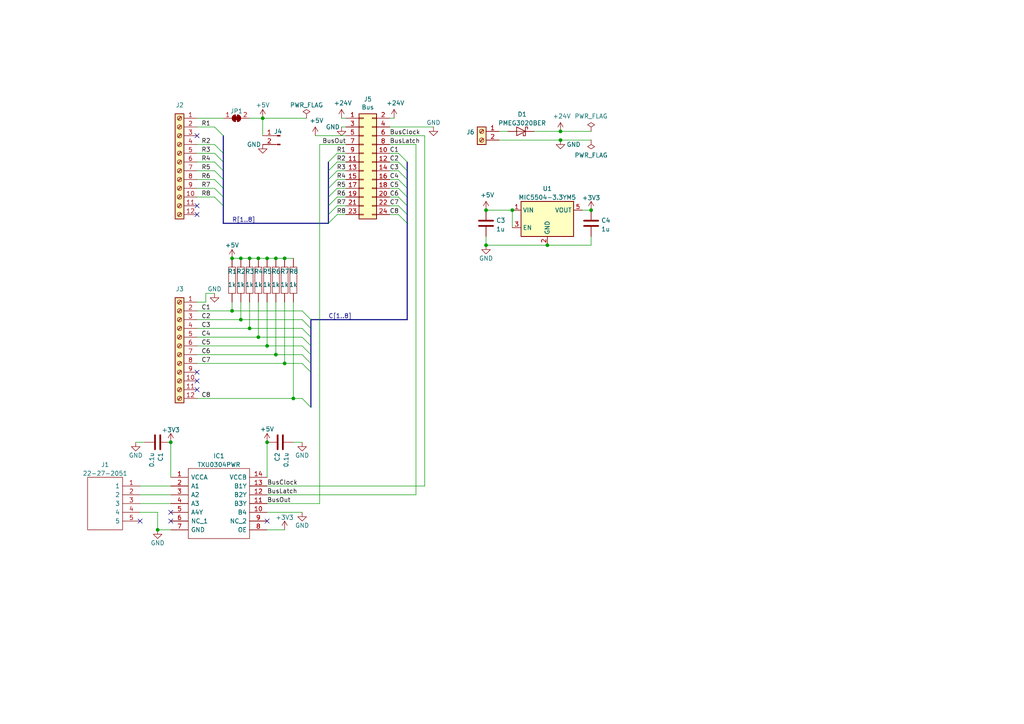
<source format=kicad_sch>
(kicad_sch (version 20211123) (generator eeschema)
  (paper "A4")
  (lib_symbols
    (symbol "22-27-2051:22-27-2051" (pin_names (offset 0.762))
      (property "Reference" "J" (at 16.51 7.62 0))
      (property "Value" "22-27-2051" (at 16.51 5.08 0))
      (symbol "22-27-2051_0_0"
        (pin passive line (at 0 0 0) (length 5.08) (name "1") (number "1"))
        (pin passive line (at 0 -2.54 0) (length 5.08) (name "2") (number "2"))
        (pin passive line (at 0 -5.08 0) (length 5.08) (name "3") (number "3"))
        (pin passive line (at 0 -7.62 0) (length 5.08) (name "4") (number "4"))
        (pin passive line (at 0 -10.16 0) (length 5.08) (name "5") (number "5"))
      )
      (symbol "22-27-2051_0_1"
        (polyline (pts (xy 5.08 2.54) (xy 15.24 2.54) (xy 15.24 -12.7) (xy 5.08 -12.7) (xy 5.08 2.54)) (stroke (width 0.1524)))
      )
    )
    (symbol "Connector:Conn_01x02_Male" (pin_names (offset 1.016) hide)
      (property "Reference" "J" (at 0 2.54 0))
      (property "Value" "Conn_01x02_Male" (at 0 -5.08 0))
      (symbol "Conn_01x02_Male_1_1"
        (polyline (pts (xy 1.27 -2.54) (xy 0.8636 -2.54)) (stroke (width 0.1524)))
        (polyline (pts (xy 1.27 0) (xy 0.8636 0)) (stroke (width 0.1524)))
        (rectangle (start 0.8636 -2.413) (end 0 -2.667) (stroke (width 0.1524)) (fill (type outline)))
        (rectangle (start 0.8636 0.127) (end 0 -0.127) (stroke (width 0.1524)) (fill (type outline)))
        (pin passive line (at 5.08 0 180) (length 3.81) (name "Pin_1") (number "1"))
        (pin passive line (at 5.08 -2.54 180) (length 3.81) (name "Pin_2") (number "2"))
      )
    )
    (symbol "Connector:Screw_Terminal_01x02" (pin_names (offset 1.016) hide)
      (property "Reference" "J" (at 0 2.54 0))
      (property "Value" "Screw_Terminal_01x02" (at 0 -5.08 0))
      (symbol "Screw_Terminal_01x02_1_1"
        (rectangle (start -1.27 1.27) (end 1.27 -3.81) (stroke (width 0.254)) (fill (type background)))
        (circle (center 0 -2.54) (radius 0.635) (stroke (width 0.1524)))
        (polyline (pts (xy -0.5334 -2.2098) (xy 0.3302 -3.048)) (stroke (width 0.1524)))
        (polyline (pts (xy -0.5334 0.3302) (xy 0.3302 -0.508)) (stroke (width 0.1524)))
        (polyline (pts (xy -0.3556 -2.032) (xy 0.508 -2.8702)) (stroke (width 0.1524)))
        (polyline (pts (xy -0.3556 0.508) (xy 0.508 -0.3302)) (stroke (width 0.1524)))
        (circle (center 0 0) (radius 0.635) (stroke (width 0.1524)))
        (pin passive line (at -5.08 0 0) (length 3.81) (name "Pin_1") (number "1"))
        (pin passive line (at -5.08 -2.54 0) (length 3.81) (name "Pin_2") (number "2"))
      )
    )
    (symbol "Connector:Screw_Terminal_01x12" (pin_names (offset 1.016) hide)
      (property "Reference" "J" (at 0 15.24 0))
      (property "Value" "Screw_Terminal_01x12" (at 0 -17.78 0))
      (symbol "Screw_Terminal_01x12_1_1"
        (rectangle (start -1.27 13.97) (end 1.27 -16.51) (stroke (width 0.254)) (fill (type background)))
        (circle (center 0 -15.24) (radius 0.635) (stroke (width 0.1524)))
        (circle (center 0 -12.7) (radius 0.635) (stroke (width 0.1524)))
        (circle (center 0 -10.16) (radius 0.635) (stroke (width 0.1524)))
        (circle (center 0 -7.62) (radius 0.635) (stroke (width 0.1524)))
        (circle (center 0 -5.08) (radius 0.635) (stroke (width 0.1524)))
        (circle (center 0 -2.54) (radius 0.635) (stroke (width 0.1524)))
        (polyline (pts (xy -0.5334 -14.9098) (xy 0.3302 -15.748)) (stroke (width 0.1524)))
        (polyline (pts (xy -0.5334 -12.3698) (xy 0.3302 -13.208)) (stroke (width 0.1524)))
        (polyline (pts (xy -0.5334 -9.8298) (xy 0.3302 -10.668)) (stroke (width 0.1524)))
        (polyline (pts (xy -0.5334 -7.2898) (xy 0.3302 -8.128)) (stroke (width 0.1524)))
        (polyline (pts (xy -0.5334 -4.7498) (xy 0.3302 -5.588)) (stroke (width 0.1524)))
        (polyline (pts (xy -0.5334 -2.2098) (xy 0.3302 -3.048)) (stroke (width 0.1524)))
        (polyline (pts (xy -0.5334 0.3302) (xy 0.3302 -0.508)) (stroke (width 0.1524)))
        (polyline (pts (xy -0.5334 2.8702) (xy 0.3302 2.032)) (stroke (width 0.1524)))
        (polyline (pts (xy -0.5334 5.4102) (xy 0.3302 4.572)) (stroke (width 0.1524)))
        (polyline (pts (xy -0.5334 7.9502) (xy 0.3302 7.112)) (stroke (width 0.1524)))
        (polyline (pts (xy -0.5334 10.4902) (xy 0.3302 9.652)) (stroke (width 0.1524)))
        (polyline (pts (xy -0.5334 13.0302) (xy 0.3302 12.192)) (stroke (width 0.1524)))
        (polyline (pts (xy -0.3556 -14.732) (xy 0.508 -15.5702)) (stroke (width 0.1524)))
        (polyline (pts (xy -0.3556 -12.192) (xy 0.508 -13.0302)) (stroke (width 0.1524)))
        (polyline (pts (xy -0.3556 -9.652) (xy 0.508 -10.4902)) (stroke (width 0.1524)))
        (polyline (pts (xy -0.3556 -7.112) (xy 0.508 -7.9502)) (stroke (width 0.1524)))
        (polyline (pts (xy -0.3556 -4.572) (xy 0.508 -5.4102)) (stroke (width 0.1524)))
        (polyline (pts (xy -0.3556 -2.032) (xy 0.508 -2.8702)) (stroke (width 0.1524)))
        (polyline (pts (xy -0.3556 0.508) (xy 0.508 -0.3302)) (stroke (width 0.1524)))
        (polyline (pts (xy -0.3556 3.048) (xy 0.508 2.2098)) (stroke (width 0.1524)))
        (polyline (pts (xy -0.3556 5.588) (xy 0.508 4.7498)) (stroke (width 0.1524)))
        (polyline (pts (xy -0.3556 8.128) (xy 0.508 7.2898)) (stroke (width 0.1524)))
        (polyline (pts (xy -0.3556 10.668) (xy 0.508 9.8298)) (stroke (width 0.1524)))
        (polyline (pts (xy -0.3556 13.208) (xy 0.508 12.3698)) (stroke (width 0.1524)))
        (circle (center 0 0) (radius 0.635) (stroke (width 0.1524)))
        (circle (center 0 2.54) (radius 0.635) (stroke (width 0.1524)))
        (circle (center 0 5.08) (radius 0.635) (stroke (width 0.1524)))
        (circle (center 0 7.62) (radius 0.635) (stroke (width 0.1524)))
        (circle (center 0 10.16) (radius 0.635) (stroke (width 0.1524)))
        (circle (center 0 12.7) (radius 0.635) (stroke (width 0.1524)))
        (pin passive line (at -5.08 12.7 0) (length 3.81) (name "Pin_1") (number "1"))
        (pin passive line (at -5.08 -10.16 0) (length 3.81) (name "Pin_10") (number "10"))
        (pin passive line (at -5.08 -12.7 0) (length 3.81) (name "Pin_11") (number "11"))
        (pin passive line (at -5.08 -15.24 0) (length 3.81) (name "Pin_12") (number "12"))
        (pin passive line (at -5.08 10.16 0) (length 3.81) (name "Pin_2") (number "2"))
        (pin passive line (at -5.08 7.62 0) (length 3.81) (name "Pin_3") (number "3"))
        (pin passive line (at -5.08 5.08 0) (length 3.81) (name "Pin_4") (number "4"))
        (pin passive line (at -5.08 2.54 0) (length 3.81) (name "Pin_5") (number "5"))
        (pin passive line (at -5.08 0 0) (length 3.81) (name "Pin_6") (number "6"))
        (pin passive line (at -5.08 -2.54 0) (length 3.81) (name "Pin_7") (number "7"))
        (pin passive line (at -5.08 -5.08 0) (length 3.81) (name "Pin_8") (number "8"))
        (pin passive line (at -5.08 -7.62 0) (length 3.81) (name "Pin_9") (number "9"))
      )
    )
    (symbol "Connector_Generic:Conn_02x12_Odd_Even" (pin_names (offset 1.016) hide)
      (property "Reference" "J" (at 1.27 15.24 0))
      (property "Value" "Conn_02x12_Odd_Even" (at 1.27 -17.78 0))
      (symbol "Conn_02x12_Odd_Even_1_1"
        (rectangle (start -1.27 -15.113) (end 0 -15.367) (stroke (width 0.1524)))
        (rectangle (start -1.27 -12.573) (end 0 -12.827) (stroke (width 0.1524)))
        (rectangle (start -1.27 -10.033) (end 0 -10.287) (stroke (width 0.1524)))
        (rectangle (start -1.27 -7.493) (end 0 -7.747) (stroke (width 0.1524)))
        (rectangle (start -1.27 -4.953) (end 0 -5.207) (stroke (width 0.1524)))
        (rectangle (start -1.27 -2.413) (end 0 -2.667) (stroke (width 0.1524)))
        (rectangle (start -1.27 0.127) (end 0 -0.127) (stroke (width 0.1524)))
        (rectangle (start -1.27 2.667) (end 0 2.413) (stroke (width 0.1524)))
        (rectangle (start -1.27 5.207) (end 0 4.953) (stroke (width 0.1524)))
        (rectangle (start -1.27 7.747) (end 0 7.493) (stroke (width 0.1524)))
        (rectangle (start -1.27 10.287) (end 0 10.033) (stroke (width 0.1524)))
        (rectangle (start -1.27 12.827) (end 0 12.573) (stroke (width 0.1524)))
        (rectangle (start -1.27 13.97) (end 3.81 -16.51) (stroke (width 0.254)) (fill (type background)))
        (rectangle (start 3.81 -15.113) (end 2.54 -15.367) (stroke (width 0.1524)))
        (rectangle (start 3.81 -12.573) (end 2.54 -12.827) (stroke (width 0.1524)))
        (rectangle (start 3.81 -10.033) (end 2.54 -10.287) (stroke (width 0.1524)))
        (rectangle (start 3.81 -7.493) (end 2.54 -7.747) (stroke (width 0.1524)))
        (rectangle (start 3.81 -4.953) (end 2.54 -5.207) (stroke (width 0.1524)))
        (rectangle (start 3.81 -2.413) (end 2.54 -2.667) (stroke (width 0.1524)))
        (rectangle (start 3.81 0.127) (end 2.54 -0.127) (stroke (width 0.1524)))
        (rectangle (start 3.81 2.667) (end 2.54 2.413) (stroke (width 0.1524)))
        (rectangle (start 3.81 5.207) (end 2.54 4.953) (stroke (width 0.1524)))
        (rectangle (start 3.81 7.747) (end 2.54 7.493) (stroke (width 0.1524)))
        (rectangle (start 3.81 10.287) (end 2.54 10.033) (stroke (width 0.1524)))
        (rectangle (start 3.81 12.827) (end 2.54 12.573) (stroke (width 0.1524)))
        (pin passive line (at -5.08 12.7 0) (length 3.81) (name "Pin_1") (number "1"))
        (pin passive line (at 7.62 2.54 180) (length 3.81) (name "Pin_10") (number "10"))
        (pin passive line (at -5.08 0 0) (length 3.81) (name "Pin_11") (number "11"))
        (pin passive line (at 7.62 0 180) (length 3.81) (name "Pin_12") (number "12"))
        (pin passive line (at -5.08 -2.54 0) (length 3.81) (name "Pin_13") (number "13"))
        (pin passive line (at 7.62 -2.54 180) (length 3.81) (name "Pin_14") (number "14"))
        (pin passive line (at -5.08 -5.08 0) (length 3.81) (name "Pin_15") (number "15"))
        (pin passive line (at 7.62 -5.08 180) (length 3.81) (name "Pin_16") (number "16"))
        (pin passive line (at -5.08 -7.62 0) (length 3.81) (name "Pin_17") (number "17"))
        (pin passive line (at 7.62 -7.62 180) (length 3.81) (name "Pin_18") (number "18"))
        (pin passive line (at -5.08 -10.16 0) (length 3.81) (name "Pin_19") (number "19"))
        (pin passive line (at 7.62 12.7 180) (length 3.81) (name "Pin_2") (number "2"))
        (pin passive line (at 7.62 -10.16 180) (length 3.81) (name "Pin_20") (number "20"))
        (pin passive line (at -5.08 -12.7 0) (length 3.81) (name "Pin_21") (number "21"))
        (pin passive line (at 7.62 -12.7 180) (length 3.81) (name "Pin_22") (number "22"))
        (pin passive line (at -5.08 -15.24 0) (length 3.81) (name "Pin_23") (number "23"))
        (pin passive line (at 7.62 -15.24 180) (length 3.81) (name "Pin_24") (number "24"))
        (pin passive line (at -5.08 10.16 0) (length 3.81) (name "Pin_3") (number "3"))
        (pin passive line (at 7.62 10.16 180) (length 3.81) (name "Pin_4") (number "4"))
        (pin passive line (at -5.08 7.62 0) (length 3.81) (name "Pin_5") (number "5"))
        (pin passive line (at 7.62 7.62 180) (length 3.81) (name "Pin_6") (number "6"))
        (pin passive line (at -5.08 5.08 0) (length 3.81) (name "Pin_7") (number "7"))
        (pin passive line (at 7.62 5.08 180) (length 3.81) (name "Pin_8") (number "8"))
        (pin passive line (at -5.08 2.54 0) (length 3.81) (name "Pin_9") (number "9"))
      )
    )
    (symbol "Device:C" (pin_numbers hide) (pin_names (offset 0.254))
      (property "Reference" "C" (at 0.635 2.54 0))
      (property "Value" "C" (at 0.635 -2.54 0))
      (symbol "C_0_1"
        (polyline (pts (xy -2.032 -0.762) (xy 2.032 -0.762)) (stroke (width 0.508)))
        (polyline (pts (xy -2.032 0.762) (xy 2.032 0.762)) (stroke (width 0.508)))
      )
      (symbol "C_1_1"
        (pin passive line (at 0 3.81 270) (length 2.794) (name "~") (number "1"))
        (pin passive line (at 0 -3.81 90) (length 2.794) (name "~") (number "2"))
      )
    )
    (symbol "Diode:PMEG3020BER" (pin_numbers hide) (pin_names hide)
      (property "Reference" "D" (at 0 2.54 0))
      (property "Value" "PMEG3020BER" (at 0 -2.54 0))
      (symbol "PMEG3020BER_0_1"
        (polyline (pts (xy 1.27 0) (xy -1.27 0)))
        (polyline (pts (xy 1.27 1.27) (xy 1.27 -1.27) (xy -1.27 0) (xy 1.27 1.27)) (stroke (width 0.2032)))
        (polyline (pts (xy -1.905 0.635) (xy -1.905 1.27) (xy -1.27 1.27) (xy -1.27 -1.27) (xy -0.635 -1.27) (xy -0.635 -0.635)) (stroke (width 0.2032)))
      )
      (symbol "PMEG3020BER_1_1"
        (pin passive line (at -3.81 0 0) (length 2.54) (name "K") (number "1"))
        (pin passive line (at 3.81 0 180) (length 2.54) (name "A") (number "2"))
      )
    )
    (symbol "Jumper:SolderJumper_2_Bridged" (pin_names (offset 0) hide)
      (property "Reference" "JP" (at 0 2.032 0))
      (property "Value" "SolderJumper_2_Bridged" (at 0 -2.54 0))
      (symbol "SolderJumper_2_Bridged_0_1"
        (rectangle (start -0.508 0.508) (end 0.508 -0.508) (fill (type outline)))
        (arc (start -0.254 1.016) (mid -1.27 0) (end -0.254 -1.016))
        (arc (start -0.254 1.016) (mid -1.27 0) (end -0.254 -1.016) (fill (type outline)))
        (polyline (pts (xy -0.254 1.016) (xy -0.254 -1.016)))
        (polyline (pts (xy 0.254 1.016) (xy 0.254 -1.016)))
        (arc (start 0.254 -1.016) (mid 1.27 0) (end 0.254 1.016))
        (arc (start 0.254 -1.016) (mid 1.27 0) (end 0.254 1.016) (fill (type outline)))
      )
      (symbol "SolderJumper_2_Bridged_1_1"
        (pin passive line (at -3.81 0 0) (length 2.54) (name "A") (number "1"))
        (pin passive line (at 3.81 0 180) (length 2.54) (name "B") (number "2"))
      )
    )
    (symbol "Regulator_Linear:MIC5504-3.3YM5"
      (property "Reference" "U" (at -7.62 8.89 0))
      (property "Value" "MIC5504-3.3YM5" (at -7.62 6.35 0))
      (symbol "MIC5504-3.3YM5_0_1"
        (rectangle (start -7.62 -5.08) (end 7.62 5.08) (stroke (width 0.254)) (fill (type background)))
      )
      (symbol "MIC5504-3.3YM5_1_1"
        (pin power_in line (at -10.16 2.54 0) (length 2.54) (name "VIN") (number "1"))
        (pin power_in line (at 0 -7.62 90) (length 2.54) (name "GND") (number "2"))
        (pin input line (at -10.16 -2.54 0) (length 2.54) (name "EN") (number "3"))
        (pin no_connect line (at 7.62 -2.54 180) (length 2.54) hide (name "NC") (number "4"))
        (pin power_out line (at 10.16 2.54 180) (length 2.54) (name "VOUT") (number "5"))
      )
    )
    (symbol "TXU0304PWR:TXU0304PWR" (pin_names (offset 0.762))
      (property "Reference" "IC" (at 24.13 7.62 0))
      (property "Value" "TXU0304PWR" (at 24.13 5.08 0))
      (symbol "TXU0304PWR_0_0"
        (pin passive line (at 0 0 0) (length 5.08) (name "VCCA") (number "1"))
        (pin passive line (at 27.94 -10.16 180) (length 5.08) (name "B4") (number "10"))
        (pin passive line (at 27.94 -7.62 180) (length 5.08) (name "B3Y") (number "11"))
        (pin passive line (at 27.94 -5.08 180) (length 5.08) (name "B2Y") (number "12"))
        (pin passive line (at 27.94 -2.54 180) (length 5.08) (name "B1Y") (number "13"))
        (pin passive line (at 27.94 0 180) (length 5.08) (name "VCCB") (number "14"))
        (pin passive line (at 0 -2.54 0) (length 5.08) (name "A1") (number "2"))
        (pin passive line (at 0 -5.08 0) (length 5.08) (name "A2") (number "3"))
        (pin passive line (at 0 -7.62 0) (length 5.08) (name "A3") (number "4"))
        (pin passive line (at 0 -10.16 0) (length 5.08) (name "A4Y") (number "5"))
        (pin passive line (at 0 -12.7 0) (length 5.08) (name "NC_1") (number "6"))
        (pin passive line (at 0 -15.24 0) (length 5.08) (name "GND") (number "7"))
        (pin passive line (at 27.94 -15.24 180) (length 5.08) (name "OE") (number "8"))
        (pin passive line (at 27.94 -12.7 180) (length 5.08) (name "NC_2") (number "9"))
      )
      (symbol "TXU0304PWR_0_1"
        (polyline (pts (xy 5.08 2.54) (xy 22.86 2.54) (xy 22.86 -17.78) (xy 5.08 -17.78) (xy 5.08 2.54)) (stroke (width 0.1524)))
      )
    )
    (symbol "power:+24V" (power) (pin_names (offset 0))
      (property "Value" "+24V" (at 0 3.556 0))
      (symbol "+24V_0_1"
        (polyline (pts (xy -0.762 1.27) (xy 0 2.54)))
        (polyline (pts (xy 0 0) (xy 0 2.54)))
        (polyline (pts (xy 0 2.54) (xy 0.762 1.27)))
      )
      (symbol "+24V_1_1"
        (pin power_in line (at 0 0 90) (length 0) hide (name "+24V") (number "1"))
      )
    )
    (symbol "power:+3.3V" (power) (pin_names (offset 0))
      (property "Value" "+3.3V" (at 0 3.556 0))
      (symbol "+3.3V_0_1"
        (polyline (pts (xy -0.762 1.27) (xy 0 2.54)))
        (polyline (pts (xy 0 0) (xy 0 2.54)))
        (polyline (pts (xy 0 2.54) (xy 0.762 1.27)))
      )
      (symbol "+3.3V_1_1"
        (pin power_in line (at 0 0 90) (length 0) hide (name "+3V3") (number "1"))
      )
    )
    (symbol "power:+5V" (power) (pin_names (offset 0))
      (property "Value" "+5V" (at 0 3.556 0))
      (symbol "+5V_0_1"
        (polyline (pts (xy -0.762 1.27) (xy 0 2.54)))
        (polyline (pts (xy 0 0) (xy 0 2.54)))
        (polyline (pts (xy 0 2.54) (xy 0.762 1.27)))
      )
      (symbol "+5V_1_1"
        (pin power_in line (at 0 0 90) (length 0) hide (name "+5V") (number "1"))
      )
    )
    (symbol "power:GND" (power) (pin_names (offset 0))
      (property "Value" "GND" (at 0 -3.81 0))
      (symbol "GND_0_1"
        (polyline (pts (xy 0 0) (xy 0 -1.27) (xy 1.27 -1.27) (xy 0 -2.54) (xy -1.27 -1.27) (xy 0 -1.27)))
      )
      (symbol "GND_1_1"
        (pin power_in line (at 0 0 270) (length 0) hide (name "GND") (number "1"))
      )
    )
    (symbol "power:PWR_FLAG" (power) (pin_numbers hide) (pin_names (offset 0) hide)
      (property "Value" "PWR_FLAG" (at 0 3.81 0))
      (symbol "PWR_FLAG_0_0"
        (pin power_out line (at 0 0 90) (length 0) (name "pwr") (number "1"))
      )
      (symbol "PWR_FLAG_0_1"
        (polyline (pts (xy 0 0) (xy 0 1.27) (xy -1.016 1.905) (xy 0 2.54) (xy 1.016 1.905) (xy 0 1.27)))
      )
    )
    (symbol "pspice:R" (pin_numbers hide) (pin_names (offset 0))
      (property "Reference" "R" (at 2.032 0 90))
      (property "Value" "R" (at 0 0 90))
      (symbol "R_0_1"
        (rectangle (start -1.016 3.81) (end 1.016 -3.81))
      )
      (symbol "R_1_1"
        (pin passive line (at 0 6.35 270) (length 2.54) (name "~") (number "1"))
        (pin passive line (at 0 -6.35 90) (length 2.54) (name "~") (number "2"))
      )
    )
  )
  (junction (at 67.31 90.17))
  (junction (at 85.09 115.57))
  (junction (at 158.75 71.12))
  (junction (at 74.93 97.79))
  (junction (at 82.55 105.41))
  (junction (at 82.55 74.93))
  (junction (at 171.45 60.96))
  (junction (at 148.59 60.96))
  (junction (at 69.85 92.71))
  (junction (at 49.53 128.27))
  (junction (at 80.01 74.93))
  (junction (at 140.97 71.12))
  (junction (at 45.72 153.67))
  (junction (at 80.01 102.87))
  (junction (at 76.2 34.29))
  (junction (at 72.39 74.93))
  (junction (at 162.56 38.1))
  (junction (at 77.47 74.93))
  (junction (at 77.47 128.27))
  (junction (at 74.93 74.93))
  (junction (at 72.39 95.25))
  (junction (at 67.31 74.93))
  (junction (at 69.85 74.93))
  (junction (at 162.56 40.64))
  (junction (at 77.47 100.33))
  (junction (at 140.97 60.96))
  (no_connect (at 40.64 151.13))
  (no_connect (at 57.15 107.95))
  (no_connect (at 57.15 110.49))
  (no_connect (at 57.15 113.03))
  (no_connect (at 57.15 39.37))
  (no_connect (at 57.15 59.69))
  (no_connect (at 57.15 62.23))
  (no_connect (at 77.47 151.13))
  (no_connect (at 49.53 151.13))
  (no_connect (at 49.53 148.59))
  (bus_entry (at 115.57 46.99) (size 2.54 2.54))
  (bus_entry (at 115.57 59.69) (size 2.54 2.54))
  (bus_entry (at 62.23 52.07) (size 2.54 2.54))
  (bus_entry (at 115.57 54.61) (size 2.54 2.54))
  (bus_entry (at 62.23 49.53) (size 2.54 2.54))
  (bus_entry (at 95.25 54.61) (size 2.54 -2.54))
  (bus_entry (at 87.63 95.25) (size 2.54 2.54))
  (bus_entry (at 95.25 62.23) (size 2.54 -2.54))
  (bus_entry (at 115.57 62.23) (size 2.54 2.54))
  (bus_entry (at 95.25 57.15) (size 2.54 -2.54))
  (bus_entry (at 95.25 52.07) (size 2.54 -2.54))
  (bus_entry (at 87.63 100.33) (size 2.54 2.54))
  (bus_entry (at 95.25 49.53) (size 2.54 -2.54))
  (bus_entry (at 87.63 92.71) (size 2.54 2.54))
  (bus_entry (at 87.63 115.57) (size 2.54 2.54))
  (bus_entry (at 115.57 49.53) (size 2.54 2.54))
  (bus_entry (at 62.23 41.91) (size 2.54 2.54))
  (bus_entry (at 95.25 59.69) (size 2.54 -2.54))
  (bus_entry (at 115.57 57.15) (size 2.54 2.54))
  (bus_entry (at 62.23 57.15) (size 2.54 2.54))
  (bus_entry (at 62.23 44.45) (size 2.54 2.54))
  (bus_entry (at 62.23 46.99) (size 2.54 2.54))
  (bus_entry (at 115.57 52.07) (size 2.54 2.54))
  (bus_entry (at 62.23 54.61) (size 2.54 2.54))
  (bus_entry (at 62.23 36.83) (size 2.54 2.54))
  (bus_entry (at 87.63 102.87) (size 2.54 2.54))
  (bus_entry (at 87.63 105.41) (size 2.54 2.54))
  (bus_entry (at 95.25 46.99) (size 2.54 -2.54))
  (bus_entry (at 95.25 64.77) (size 2.54 -2.54))
  (bus_entry (at 87.63 97.79) (size 2.54 2.54))
  (bus_entry (at 115.57 44.45) (size 2.54 2.54))
  (bus_entry (at 87.63 90.17) (size 2.54 2.54))
  (wire (pts (xy 74.93 97.79) (xy 87.63 97.79)))
  (wire (pts (xy 77.47 146.05) (xy 92.71 146.05)))
  (wire (pts (xy 113.03 41.91) (xy 120.65 41.91)))
  (bus (pts (xy 90.17 102.87) (xy 90.17 105.41)))
  (wire (pts (xy 57.15 44.45) (xy 62.23 44.45)))
  (wire (pts (xy 140.97 68.58) (xy 140.97 71.12)))
  (wire (pts (xy 45.72 148.59) (xy 45.72 153.67)))
  (wire (pts (xy 97.79 49.53) (xy 100.33 49.53)))
  (wire (pts (xy 97.79 57.15) (xy 100.33 57.15)))
  (wire (pts (xy 72.39 87.63) (xy 72.39 95.25)))
  (wire (pts (xy 69.85 92.71) (xy 87.63 92.71)))
  (bus (pts (xy 118.11 49.53) (xy 118.11 52.07)))
  (wire (pts (xy 77.47 128.27) (xy 77.47 138.43)))
  (wire (pts (xy 69.85 87.63) (xy 69.85 92.71)))
  (wire (pts (xy 77.47 140.97) (xy 123.19 140.97)))
  (wire (pts (xy 144.78 40.64) (xy 162.56 40.64)))
  (wire (pts (xy 74.93 74.93) (xy 77.47 74.93)))
  (wire (pts (xy 77.47 87.63) (xy 77.47 100.33)))
  (wire (pts (xy 87.63 128.27) (xy 85.09 128.27)))
  (wire (pts (xy 113.03 54.61) (xy 115.57 54.61)))
  (wire (pts (xy 76.2 34.29) (xy 88.9 34.29)))
  (wire (pts (xy 114.3 34.29) (xy 113.03 34.29)))
  (wire (pts (xy 113.03 44.45) (xy 115.57 44.45)))
  (bus (pts (xy 64.77 49.53) (xy 64.77 52.07)))
  (wire (pts (xy 57.15 34.29) (xy 64.77 34.29)))
  (bus (pts (xy 64.77 57.15) (xy 64.77 59.69)))
  (wire (pts (xy 113.03 62.23) (xy 115.57 62.23)))
  (wire (pts (xy 49.53 128.27) (xy 49.53 138.43)))
  (wire (pts (xy 82.55 87.63) (xy 82.55 105.41)))
  (wire (pts (xy 57.15 52.07) (xy 62.23 52.07)))
  (wire (pts (xy 97.79 59.69) (xy 100.33 59.69)))
  (wire (pts (xy 144.78 38.1) (xy 147.32 38.1)))
  (bus (pts (xy 64.77 64.77) (xy 95.25 64.77)))
  (wire (pts (xy 92.71 41.91) (xy 92.71 146.05)))
  (wire (pts (xy 97.79 52.07) (xy 100.33 52.07)))
  (wire (pts (xy 123.19 39.37) (xy 123.19 140.97)))
  (wire (pts (xy 85.09 115.57) (xy 87.63 115.57)))
  (wire (pts (xy 85.09 87.63) (xy 85.09 115.57)))
  (wire (pts (xy 77.47 74.93) (xy 80.01 74.93)))
  (wire (pts (xy 40.64 148.59) (xy 45.72 148.59)))
  (bus (pts (xy 95.25 46.99) (xy 95.25 49.53)))
  (bus (pts (xy 90.17 97.79) (xy 90.17 100.33)))
  (wire (pts (xy 57.15 41.91) (xy 62.23 41.91)))
  (wire (pts (xy 113.03 59.69) (xy 115.57 59.69)))
  (bus (pts (xy 90.17 105.41) (xy 90.17 107.95)))
  (bus (pts (xy 118.11 59.69) (xy 118.11 62.23)))
  (wire (pts (xy 40.64 143.51) (xy 49.53 143.51)))
  (bus (pts (xy 64.77 39.37) (xy 64.77 44.45)))
  (wire (pts (xy 120.65 143.51) (xy 120.65 41.91)))
  (wire (pts (xy 82.55 105.41) (xy 87.63 105.41)))
  (wire (pts (xy 113.03 52.07) (xy 115.57 52.07)))
  (wire (pts (xy 99.06 36.83) (xy 100.33 36.83)))
  (wire (pts (xy 82.55 74.93) (xy 85.09 74.93)))
  (bus (pts (xy 95.25 59.69) (xy 95.25 62.23)))
  (wire (pts (xy 59.69 87.63) (xy 59.69 85.09)))
  (wire (pts (xy 100.33 39.37) (xy 91.44 39.37)))
  (wire (pts (xy 72.39 34.29) (xy 76.2 34.29)))
  (wire (pts (xy 72.39 74.93) (xy 74.93 74.93)))
  (wire (pts (xy 80.01 87.63) (xy 80.01 102.87)))
  (wire (pts (xy 97.79 46.99) (xy 100.33 46.99)))
  (wire (pts (xy 113.03 57.15) (xy 115.57 57.15)))
  (bus (pts (xy 118.11 46.99) (xy 118.11 49.53)))
  (bus (pts (xy 95.25 57.15) (xy 95.25 59.69)))
  (wire (pts (xy 77.47 100.33) (xy 87.63 100.33)))
  (wire (pts (xy 113.03 49.53) (xy 115.57 49.53)))
  (bus (pts (xy 90.17 95.25) (xy 90.17 97.79)))
  (bus (pts (xy 118.11 57.15) (xy 118.11 59.69)))
  (bus (pts (xy 118.11 52.07) (xy 118.11 54.61)))
  (wire (pts (xy 97.79 44.45) (xy 100.33 44.45)))
  (bus (pts (xy 118.11 62.23) (xy 118.11 64.77)))
  (wire (pts (xy 57.15 54.61) (xy 62.23 54.61)))
  (wire (pts (xy 148.59 60.96) (xy 148.59 66.04)))
  (wire (pts (xy 158.75 71.12) (xy 171.45 71.12)))
  (wire (pts (xy 77.47 153.67) (xy 82.55 153.67)))
  (wire (pts (xy 77.47 148.59) (xy 87.63 148.59)))
  (bus (pts (xy 90.17 92.71) (xy 90.17 95.25)))
  (wire (pts (xy 57.15 49.53) (xy 62.23 49.53)))
  (wire (pts (xy 40.64 146.05) (xy 49.53 146.05)))
  (wire (pts (xy 100.33 62.23) (xy 97.79 62.23)))
  (bus (pts (xy 64.77 59.69) (xy 64.77 64.77)))
  (bus (pts (xy 95.25 62.23) (xy 95.25 64.77)))
  (wire (pts (xy 100.33 34.29) (xy 99.06 34.29)))
  (bus (pts (xy 95.25 49.53) (xy 95.25 52.07)))
  (wire (pts (xy 168.91 60.96) (xy 171.45 60.96)))
  (wire (pts (xy 57.15 87.63) (xy 59.69 87.63)))
  (wire (pts (xy 57.15 57.15) (xy 62.23 57.15)))
  (wire (pts (xy 74.93 87.63) (xy 74.93 97.79)))
  (wire (pts (xy 57.15 102.87) (xy 80.01 102.87)))
  (wire (pts (xy 57.15 46.99) (xy 62.23 46.99)))
  (wire (pts (xy 67.31 90.17) (xy 87.63 90.17)))
  (bus (pts (xy 90.17 100.33) (xy 90.17 102.87)))
  (wire (pts (xy 72.39 95.25) (xy 87.63 95.25)))
  (wire (pts (xy 162.56 40.64) (xy 171.45 40.64)))
  (wire (pts (xy 67.31 87.63) (xy 67.31 90.17)))
  (wire (pts (xy 113.03 36.83) (xy 125.73 36.83)))
  (wire (pts (xy 57.15 90.17) (xy 67.31 90.17)))
  (bus (pts (xy 64.77 46.99) (xy 64.77 49.53)))
  (wire (pts (xy 113.03 46.99) (xy 115.57 46.99)))
  (wire (pts (xy 80.01 74.93) (xy 82.55 74.93)))
  (wire (pts (xy 39.37 128.27) (xy 41.91 128.27)))
  (wire (pts (xy 97.79 54.61) (xy 100.33 54.61)))
  (bus (pts (xy 95.25 54.61) (xy 95.25 57.15)))
  (wire (pts (xy 77.47 143.51) (xy 120.65 143.51)))
  (bus (pts (xy 118.11 92.71) (xy 118.11 64.77)))
  (bus (pts (xy 95.25 52.07) (xy 95.25 54.61)))
  (wire (pts (xy 57.15 92.71) (xy 69.85 92.71)))
  (wire (pts (xy 40.64 140.97) (xy 49.53 140.97)))
  (wire (pts (xy 80.01 102.87) (xy 87.63 102.87)))
  (bus (pts (xy 64.77 54.61) (xy 64.77 57.15)))
  (wire (pts (xy 57.15 95.25) (xy 72.39 95.25)))
  (wire (pts (xy 57.15 115.57) (xy 85.09 115.57)))
  (wire (pts (xy 140.97 60.96) (xy 148.59 60.96)))
  (wire (pts (xy 57.15 36.83) (xy 62.23 36.83)))
  (wire (pts (xy 57.15 97.79) (xy 74.93 97.79)))
  (wire (pts (xy 59.69 85.09) (xy 62.23 85.09)))
  (wire (pts (xy 67.31 74.93) (xy 69.85 74.93)))
  (bus (pts (xy 64.77 52.07) (xy 64.77 54.61)))
  (wire (pts (xy 76.2 34.29) (xy 76.2 39.37)))
  (wire (pts (xy 140.97 71.12) (xy 158.75 71.12)))
  (bus (pts (xy 90.17 92.71) (xy 118.11 92.71)))
  (wire (pts (xy 69.85 74.93) (xy 72.39 74.93)))
  (bus (pts (xy 118.11 54.61) (xy 118.11 57.15)))
  (wire (pts (xy 154.94 38.1) (xy 162.56 38.1)))
  (bus (pts (xy 64.77 44.45) (xy 64.77 46.99)))
  (bus (pts (xy 90.17 107.95) (xy 90.17 118.11)))
  (wire (pts (xy 92.71 41.91) (xy 100.33 41.91)))
  (wire (pts (xy 113.03 39.37) (xy 123.19 39.37)))
  (wire (pts (xy 162.56 38.1) (xy 171.45 38.1)))
  (wire (pts (xy 45.72 153.67) (xy 49.53 153.67)))
  (wire (pts (xy 57.15 100.33) (xy 77.47 100.33)))
  (wire (pts (xy 57.15 105.41) (xy 82.55 105.41)))
  (wire (pts (xy 171.45 71.12) (xy 171.45 68.58)))
  (label "C1" (at 58.42 90.17 0))
  (label "C5" (at 113.03 54.61 0))
  (label "R1" (at 58.42 36.83 0))
  (label "C2" (at 113.03 46.99 0))
  (label "R2" (at 100.33 46.99 180))
  (label "R8" (at 100.33 62.23 180))
  (label "BusLatch" (at 113.03 41.91 0))
  (label "C4" (at 58.42 97.79 0))
  (label "R6" (at 58.42 52.07 0))
  (label "R3" (at 100.33 49.53 180))
  (label "R7" (at 100.33 59.69 180))
  (label "R1" (at 100.33 44.45 180))
  (label "C7" (at 113.03 59.69 0))
  (label "C3" (at 113.03 49.53 0))
  (label "C6" (at 58.42 102.87 0))
  (label "C8" (at 58.42 115.57 0))
  (label "R8" (at 58.42 57.15 0))
  (label "BusLatch" (at 77.47 143.51 0))
  (label "R3" (at 58.42 44.45 0))
  (label "BusClock" (at 113.03 39.37 0))
  (label "BusClock" (at 77.47 140.97 0))
  (label "R5" (at 58.42 49.53 0))
  (label "R6" (at 100.33 57.15 180))
  (label "C8" (at 113.03 62.23 0))
  (label "BusOut" (at 100.33 41.91 180))
  (label "C6" (at 113.03 57.15 0))
  (label "C3" (at 58.42 95.25 0))
  (label "R7" (at 58.42 54.61 0))
  (label "R5" (at 100.33 54.61 180))
  (label "R4" (at 58.42 46.99 0))
  (label "R4" (at 100.33 52.07 180))
  (label "C5" (at 58.42 100.33 0))
  (label "C4" (at 113.03 52.07 0))
  (label "C[1..8]" (at 95.25 92.71 0))
  (label "BusOut" (at 77.47 146.05 0))
  (label "C2" (at 58.42 92.71 0))
  (label "C7" (at 58.42 105.41 0))
  (label "R2" (at 58.42 41.91 0))
  (label "C1" (at 113.03 44.45 0))
  (label "R[1..8]" (at 67.31 64.77 0))
  (symbol (lib_id "power:GND") (at 99.06 36.83 0) (unit 1)
    (property "Reference" "#PWR014" (effects hide))
    (property "Value" "GND" (at 96.52 36.83 0))
  )
  (symbol (lib_id "power:GND") (at 125.73 36.83 0) (unit 1)
    (property "Reference" "#PWR016" (effects hide))
    (property "Value" "GND" (at 125.73 35.56 0))
  )
  (symbol (lib_id "power:+24V") (at 114.3 34.29 0) (unit 1)
    (property "Reference" "#PWR015" (effects hide))
    (property "Value" "+24V" (at 114.681 29.8958 0))
  )
  (symbol (lib_id "power:+24V") (at 99.06 34.29 0) (unit 1)
    (property "Reference" "#PWR013" (effects hide))
    (property "Value" "+24V" (at 99.441 29.8958 0))
  )
  (symbol (lib_id "power:+5V") (at 91.44 39.37 0) (unit 1)
    (property "Reference" "#PWR012" (effects hide))
    (property "Value" "+5V" (at 91.821 34.9758 0))
  )
  (symbol (lib_id "Connector_Generic:Conn_02x12_Odd_Even") (at 105.41 46.99 0) (unit 1)
    (property "Reference" "J5" (at 106.68 28.7782 0))
    (property "Value" "Bus" (at 106.68 31.0896 0))
    (property "Footprint" "Project:IDC-Header_2x12_P2.54mm_Vertical_2" (effects hide))
  )
  (symbol (lib_id "power:PWR_FLAG") (at 171.45 38.1 0) (unit 1)
    (property "Reference" "#FLG02" (effects hide))
    (property "Value" "PWR_FLAG" (at 171.45 33.7058 0))
  )
  (symbol (lib_id "power:PWR_FLAG") (at 171.45 40.64 180) (unit 1)
    (property "Reference" "#FLG03" (effects hide))
    (property "Value" "PWR_FLAG" (at 171.45 45.0342 0))
  )
  (symbol (lib_id "power:PWR_FLAG") (at 88.9 34.29 0) (unit 1)
    (property "Reference" "#FLG01" (effects hide))
    (property "Value" "PWR_FLAG" (at 88.9 30.48 0))
  )
  (symbol (lib_id "Connector:Screw_Terminal_01x02") (at 139.7 38.1 0) (mirror y) (unit 1)
    (property "Reference" "J6" (at 137.668 38.3032 0) (effects (justify left)))
    (property "Value" "Screw_Terminal_01x02" (effects hide))
    (property "Footprint" "TerminalBlock_Phoenix:TerminalBlock_Phoenix_PT-1,5-2-5.0-H_1x02_P5.00mm_Horizontal" (effects hide))
  )
  (symbol (lib_id "power:+5V") (at 76.2 34.29 0) (unit 1)
    (property "Reference" "#PWR06" (effects hide))
    (property "Value" "+5V" (at 76.2 30.48 0))
  )
  (symbol (lib_id "power:GND") (at 62.23 85.09 0) (unit 1)
    (property "Reference" "#PWR04" (effects hide))
    (property "Value" "GND" (at 62.23 83.82 0))
  )
  (symbol (lib_id "power:GND") (at 162.56 40.64 0) (unit 1)
    (property "Reference" "#PWR020" (effects hide))
    (property "Value" "GND" (at 166.37 41.91 0))
  )
  (symbol (lib_id "power:+24V") (at 162.56 38.1 0) (unit 1)
    (property "Reference" "#PWR019" (effects hide))
    (property "Value" "+24V" (at 162.941 33.7058 0))
  )
  (symbol (lib_id "Device:C") (at 81.28 128.27 90) (mirror x) (unit 1)
    (property "Reference" "C2" (at 80.4453 131.191 0) (effects (justify left)))
    (property "Value" "0.1u" (at 82.9822 131.191 0) (effects (justify left)))
    (property "Footprint" "Capacitor_SMD:C_0805_2012Metric_Pad1.18x1.45mm_HandSolder" (effects hide))
  )
  (symbol (lib_id "Connector:Screw_Terminal_01x12") (at 52.07 46.99 0) (mirror y) (unit 1)
    (property "Reference" "J2" (at 53.34 30.48 0) (effects (justify left)))
    (property "Value" "PinHeader_01x12" (effects hide))
    (property "Footprint" "Connector_PinHeader_2.54mm:PinHeader_1x12_P2.54mm_Vertical" (effects hide))
  )
  (symbol (lib_id "TXU0304PWR:TXU0304PWR") (at 49.53 138.43 0) (unit 1)
    (property "Reference" "IC1" (at 63.5 132.241 0))
    (property "Value" "TXU0304PWR" (at 63.5 134.7779 0))
    (property "Footprint" "Package_SO:TSSOP-14_4.4x5mm_P0.65mm" (effects hide))
    (property "Datasheet" "https://www.ti.com/lit/ds/symlink/txu0304.pdf?ts=1627717511667&ref_url=https%253A%252F%252Fwww.ti.com%252Fproduct%252FTXU0304" (effects hide))
    (property "Description" "Translation - Voltage Levels Four channel unidirectional level shifter" (effects hide))
    (property "Height" "1.2" (effects hide))
    (property "Mouser Part Number" "595-TXU0304PWR" (effects hide))
    (property "Mouser Price/Stock" "https://www.mouser.co.uk/ProductDetail/Texas-Instruments/TXU0304PWR?qs=QNEnbhJQKvZVYXIKZoXs0A%3D%3D" (effects hide))
    (property "Manufacturer_Name" "Texas Instruments" (effects hide))
    (property "Manufacturer_Part_Number" "TXU0304PWR" (effects hide))
  )
  (symbol (lib_id "Device:C") (at 45.72 128.27 270) (unit 1)
    (property "Reference" "C1" (at 46.5547 131.191 0) (effects (justify left)))
    (property "Value" "0.1u" (at 44.0178 131.191 0) (effects (justify left)))
    (property "Footprint" "Capacitor_SMD:C_0805_2012Metric_Pad1.18x1.45mm_HandSolder" (effects hide))
  )
  (symbol (lib_id "Device:C") (at 171.45 64.77 0) (unit 1)
    (property "Reference" "C4" (at 174.371 63.9353 0) (effects (justify left)))
    (property "Value" "1u" (at 174.371 66.4722 0) (effects (justify left)))
    (property "Footprint" "Capacitor_SMD:C_0805_2012Metric_Pad1.18x1.45mm_HandSolder" (effects hide))
  )
  (symbol (lib_id "power:+3.3V") (at 171.45 60.96 0) (unit 1)
    (property "Reference" "#PWR021" (effects hide))
    (property "Value" "+3.3V" (at 171.45 57.3842 0))
  )
  (symbol (lib_id "pspice:R") (at 77.47 81.28 0) (unit 1)
    (property "Reference" "R5" (at 76.2 78.74 0) (effects (justify left)))
    (property "Value" "1k" (at 76.2 82.55 0) (effects (justify left)))
    (property "Footprint" "Resistor_SMD:R_0805_2012Metric_Pad1.20x1.40mm_HandSolder" (effects hide))
  )
  (symbol (lib_id "power:GND") (at 87.63 148.59 0) (mirror y) (unit 1)
    (property "Reference" "#PWR011" (effects hide))
    (property "Value" "GND" (at 87.63 152.4 0))
  )
  (symbol (lib_id "power:+3.3V") (at 49.53 128.27 0) (unit 1)
    (property "Reference" "#PWR03" (effects hide))
    (property "Value" "+3.3V" (at 49.53 124.6942 0))
  )
  (symbol (lib_id "power:+5V") (at 77.47 128.27 0) (unit 1)
    (property "Reference" "#PWR08" (effects hide))
    (property "Value" "+5V" (at 77.47 124.46 0))
  )
  (symbol (lib_id "Diode:PMEG3020BER") (at 151.13 38.1 0) (mirror y) (unit 1)
    (property "Reference" "D1" (at 151.4475 33.1556 0))
    (property "Value" "PMEG3020BER" (at 151.4475 35.6925 0))
    (property "Footprint" "Diode_SMD:Nexperia_CFP3_SOD-123W" (effects hide))
    (property "Datasheet" "https://assets.nexperia.com/documents/data-sheet/PMEG3020BER.pdf" (effects hide))
  )
  (symbol (lib_id "power:+5V") (at 67.31 74.93 0) (unit 1)
    (property "Reference" "#PWR05" (effects hide))
    (property "Value" "+5V" (at 67.31 71.12 0))
  )
  (symbol (lib_id "power:GND") (at 76.2 41.91 0) (unit 1)
    (property "Reference" "#PWR07" (effects hide))
    (property "Value" "GND" (at 73.66 41.91 0))
  )
  (symbol (lib_id "pspice:R") (at 74.93 81.28 0) (unit 1)
    (property "Reference" "R4" (at 73.66 78.74 0) (effects (justify left)))
    (property "Value" "1k" (at 73.66 82.55 0) (effects (justify left)))
    (property "Footprint" "Resistor_SMD:R_0805_2012Metric_Pad1.20x1.40mm_HandSolder" (effects hide))
  )
  (symbol (lib_id "power:+3.3V") (at 82.55 153.67 0) (unit 1)
    (property "Reference" "#PWR09" (effects hide))
    (property "Value" "+3.3V" (at 82.55 150.0942 0))
  )
  (symbol (lib_id "pspice:R") (at 82.55 81.28 0) (unit 1)
    (property "Reference" "R7" (at 81.28 78.74 0) (effects (justify left)))
    (property "Value" "1k" (at 81.28 82.55 0) (effects (justify left)))
    (property "Footprint" "Resistor_SMD:R_0805_2012Metric_Pad1.20x1.40mm_HandSolder" (effects hide))
  )
  (symbol (lib_id "pspice:R") (at 85.09 81.28 0) (unit 1)
    (property "Reference" "R8" (at 83.82 78.74 0) (effects (justify left)))
    (property "Value" "1k" (at 83.82 82.55 0) (effects (justify left)))
    (property "Footprint" "Resistor_SMD:R_0805_2012Metric_Pad1.20x1.40mm_HandSolder" (effects hide))
  )
  (symbol (lib_id "Device:C") (at 140.97 64.77 0) (unit 1)
    (property "Reference" "C3" (at 143.891 63.9353 0) (effects (justify left)))
    (property "Value" "1u" (at 143.891 66.4722 0) (effects (justify left)))
    (property "Footprint" "Capacitor_SMD:C_0805_2012Metric_Pad1.18x1.45mm_HandSolder" (effects hide))
  )
  (symbol (lib_id "pspice:R") (at 69.85 81.28 0) (unit 1)
    (property "Reference" "R2" (at 68.58 78.74 0) (effects (justify left)))
    (property "Value" "1k" (at 68.58 82.55 0) (effects (justify left)))
    (property "Footprint" "Resistor_SMD:R_0805_2012Metric_Pad1.20x1.40mm_HandSolder" (effects hide))
  )
  (symbol (lib_id "pspice:R") (at 80.01 81.28 0) (unit 1)
    (property "Reference" "R6" (at 78.74 78.74 0) (effects (justify left)))
    (property "Value" "1k" (at 78.74 82.55 0) (effects (justify left)))
    (property "Footprint" "Resistor_SMD:R_0805_2012Metric_Pad1.20x1.40mm_HandSolder" (effects hide))
  )
  (symbol (lib_id "Jumper:SolderJumper_2_Bridged") (at 68.58 34.29 0) (unit 1)
    (property "Reference" "JP1" (at 68.58 32.2382 0))
    (property "Value" "SolderJumper_2_Bridged" (effects hide))
    (property "Footprint" "Jumper:SolderJumper-2_P1.3mm_Bridged2Bar_RoundedPad1.0x1.5mm" (effects hide))
  )
  (symbol (lib_id "power:GND") (at 39.37 128.27 0) (unit 1)
    (property "Reference" "#PWR01" (effects hide))
    (property "Value" "GND" (at 39.37 132.08 0))
  )
  (symbol (lib_id "22-27-2051:22-27-2051") (at 40.64 140.97 0) (mirror y) (unit 1)
    (property "Reference" "J1" (at 30.48 134.781 0))
    (property "Value" "22-27-2051" (at 30.48 137.3179 0))
    (property "Footprint" "Project:HDRV5W64P0X254_1X5_1270X580X1205P" (effects hide))
    (property "Description" "Headers & Wire Housings 6410 5X1 HEADER" (effects hide))
    (property "Height" "12.05" (effects hide))
    (property "Mouser Part Number" "538-22-27-2051" (effects hide))
    (property "Mouser Price/Stock" "https://www.mouser.co.uk/ProductDetail/Molex/22-27-2051?qs=jBHU5RPckUr1HBbak%252BZx7g%3D%3D" (effects hide))
    (property "Manufacturer_Name" "Molex" (effects hide))
    (property "Manufacturer_Part_Number" "22-27-2051" (effects hide))
  )
  (symbol (lib_id "Connector:Screw_Terminal_01x12") (at 52.07 100.33 0) (mirror y) (unit 1)
    (property "Reference" "J3" (at 53.34 83.82 0) (effects (justify left)))
    (property "Value" "PinHeader_01x12" (effects hide))
    (property "Footprint" "Connector_PinHeader_2.54mm:PinHeader_1x12_P2.54mm_Vertical" (effects hide))
  )
  (symbol (lib_id "power:+5V") (at 140.97 60.96 0) (unit 1)
    (property "Reference" "#PWR017" (effects hide))
    (property "Value" "+5V" (at 141.351 56.5658 0))
  )
  (symbol (lib_id "Connector:Conn_01x02_Male") (at 81.28 39.37 0) (mirror y) (unit 1)
    (property "Reference" "J4" (at 80.645 38.131 0))
    (property "Value" "Conn_01x02_Male" (effects hide))
    (property "Footprint" "Connector_PinHeader_2.54mm:PinHeader_1x02_P2.54mm_Vertical" (effects hide))
  )
  (symbol (lib_id "power:GND") (at 140.97 71.12 0) (unit 1)
    (property "Reference" "#PWR018" (effects hide))
    (property "Value" "GND" (at 140.97 74.93 0))
  )
  (symbol (lib_id "power:GND") (at 87.63 128.27 0) (mirror y) (unit 1)
    (property "Reference" "#PWR010" (effects hide))
    (property "Value" "GND" (at 87.63 132.08 0))
  )
  (symbol (lib_id "pspice:R") (at 67.31 81.28 0) (unit 1)
    (property "Reference" "R1" (at 66.04 78.74 0) (effects (justify left)))
    (property "Value" "1k" (at 66.04 82.55 0) (effects (justify left)))
    (property "Footprint" "Resistor_SMD:R_0805_2012Metric_Pad1.20x1.40mm_HandSolder" (effects hide))
  )
  (symbol (lib_id "power:GND") (at 45.72 153.67 0) (unit 1)
    (property "Reference" "#PWR02" (effects hide))
    (property "Value" "GND" (at 45.72 157.48 0))
  )
  (symbol (lib_id "pspice:R") (at 72.39 81.28 0) (unit 1)
    (property "Reference" "R3" (at 71.12 78.74 0) (effects (justify left)))
    (property "Value" "1k" (at 71.12 82.55 0) (effects (justify left)))
    (property "Footprint" "Resistor_SMD:R_0805_2012Metric_Pad1.20x1.40mm_HandSolder" (effects hide))
  )
  (symbol (lib_id "Regulator_Linear:MIC5504-3.3YM5") (at 158.75 63.5 0) (unit 1)
    (property "Reference" "U1" (at 158.75 54.7202 0))
    (property "Value" "MIC5504-3.3YM5" (at 158.75 57.2571 0))
    (property "Footprint" "Package_TO_SOT_SMD:SOT-23-5" (effects hide))
    (property "Datasheet" "http://ww1.microchip.com/downloads/en/DeviceDoc/MIC550X.pdf" (effects hide))
  )
)
</source>
